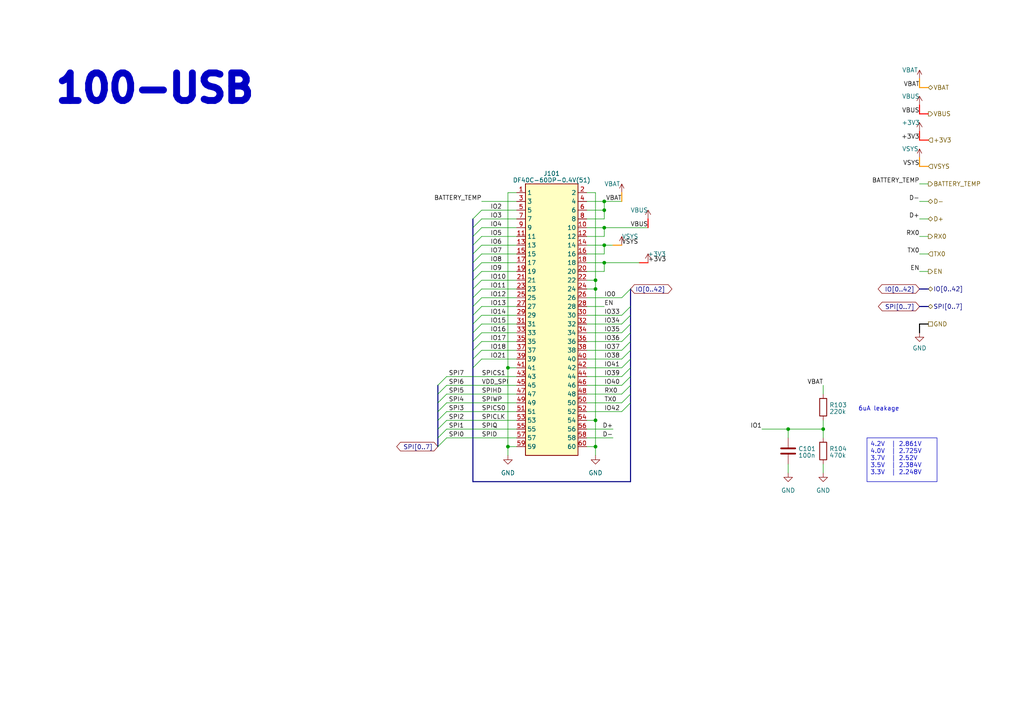
<source format=kicad_sch>
(kicad_sch (version 20230121) (generator eeschema)
  (paper "A4")
  (title_block (title "PSoM - ESP S3") (date "2023-04-17") (rev "HW00") (company "PumaCorp") (comment 1 "Design by: NdG"))
  (lib_symbols
    (symbol "Component lib:C" (pin_numbers hide) (pin_names (offset 0.254))
      (property "Reference" "C" (at 0.635 -1.27 0))
      (property "Value" "C" (at 0.635 -6.35 0))
      (symbol "C_0_1"
        (polyline (pts (xy -2.032 -4.572) (xy 2.032 -4.572)) (stroke (width 0.508)))
        (polyline (pts (xy -2.032 -3.048) (xy 2.032 -3.048)) (stroke (width 0.508)))
      )
      (symbol "C_1_1"
        (pin passive line (at 0 0 270) (length 2.794) (name "~") (number "1"))
        (pin passive line (at 0 -7.62 90) (length 2.794) (name "~") (number "2"))
      )
    )
    (symbol "Component_lib:DF40C-60DP-0.4V(51)"
      (property "Reference" "J" (at 5.08 7.62 0))
      (property "Value" "DF40C-60DP-0.4V(51)" (at 12.7 5.08 0))
      (symbol "DF40C-60DP-0.4V(51)_1_1"
        (rectangle (start 2.54 2.54) (end 17.78 -76.2) (stroke (width 0.254)) (fill (type background)))
        (pin passive line (at 0 0 0) (length 2.54) (name "1") (number "1"))
        (pin passive line (at 20.32 -10.16 180) (length 2.54) (name "10") (number "10"))
        (pin passive line (at 0 -12.7 0) (length 2.54) (name "11") (number "11"))
        (pin passive line (at 20.32 -12.7 180) (length 2.54) (name "12") (number "12"))
        (pin passive line (at 0 -15.24 0) (length 2.54) (name "13") (number "13"))
        (pin passive line (at 20.32 -15.24 180) (length 2.54) (name "14") (number "14"))
        (pin passive line (at 0 -17.78 0) (length 2.54) (name "15") (number "15"))
        (pin passive line (at 20.32 -17.78 180) (length 2.54) (name "16") (number "16"))
        (pin passive line (at 0 -20.32 0) (length 2.54) (name "17") (number "17"))
        (pin passive line (at 20.32 -20.32 180) (length 2.54) (name "18") (number "18"))
        (pin passive line (at 0 -22.86 0) (length 2.54) (name "19") (number "19"))
        (pin passive line (at 20.32 0 180) (length 2.54) (name "2") (number "2"))
        (pin passive line (at 20.32 -22.86 180) (length 2.54) (name "20") (number "20"))
        (pin passive line (at 0 -25.4 0) (length 2.54) (name "21") (number "21"))
        (pin passive line (at 20.32 -25.4 180) (length 2.54) (name "22") (number "22"))
        (pin passive line (at 0 -27.94 0) (length 2.54) (name "23") (number "23"))
        (pin passive line (at 20.32 -27.94 180) (length 2.54) (name "24") (number "24"))
        (pin passive line (at 0 -30.48 0) (length 2.54) (name "25") (number "25"))
        (pin passive line (at 20.32 -30.48 180) (length 2.54) (name "26") (number "26"))
        (pin passive line (at 0 -33.02 0) (length 2.54) (name "27") (number "27"))
        (pin passive line (at 20.32 -33.02 180) (length 2.54) (name "28") (number "28"))
        (pin passive line (at 0 -35.56 0) (length 2.54) (name "29") (number "29"))
        (pin passive line (at 0 -2.54 0) (length 2.54) (name "3") (number "3"))
        (pin passive line (at 20.32 -35.56 180) (length 2.54) (name "30") (number "30"))
        (pin passive line (at 0 -38.1 0) (length 2.54) (name "31") (number "31"))
        (pin passive line (at 20.32 -38.1 180) (length 2.54) (name "32") (number "32"))
        (pin passive line (at 0 -40.64 0) (length 2.54) (name "33") (number "33"))
        (pin passive line (at 20.32 -40.64 180) (length 2.54) (name "34") (number "34"))
        (pin passive line (at 0 -43.18 0) (length 2.54) (name "35") (number "35"))
        (pin passive line (at 20.32 -43.18 180) (length 2.54) (name "36") (number "36"))
        (pin passive line (at 0 -45.72 0) (length 2.54) (name "37") (number "37"))
        (pin passive line (at 20.32 -45.72 180) (length 2.54) (name "38") (number "38"))
        (pin passive line (at 0 -48.26 0) (length 2.54) (name "39") (number "39"))
        (pin passive line (at 20.32 -2.54 180) (length 2.54) (name "4") (number "4"))
        (pin passive line (at 20.32 -48.26 180) (length 2.54) (name "40") (number "40"))
        (pin passive line (at 0 -50.8 0) (length 2.54) (name "41") (number "41"))
        (pin passive line (at 20.32 -50.8 180) (length 2.54) (name "42") (number "42"))
        (pin passive line (at 0 -53.34 0) (length 2.54) (name "43") (number "43"))
        (pin passive line (at 20.32 -53.34 180) (length 2.54) (name "44") (number "44"))
        (pin passive line (at 0 -55.88 0) (length 2.54) (name "45") (number "45"))
        (pin passive line (at 20.32 -55.88 180) (length 2.54) (name "46") (number "46"))
        (pin passive line (at 0 -58.42 0) (length 2.54) (name "47") (number "47"))
        (pin passive line (at 20.32 -58.42 180) (length 2.54) (name "48") (number "48"))
        (pin passive line (at 0 -60.96 0) (length 2.54) (name "49") (number "49"))
        (pin passive line (at 0 -5.08 0) (length 2.54) (name "5") (number "5"))
        (pin passive line (at 20.32 -60.96 180) (length 2.54) (name "50") (number "50"))
        (pin passive line (at 0 -63.5 0) (length 2.54) (name "51") (number "51"))
        (pin passive line (at 20.32 -63.5 180) (length 2.54) (name "52") (number "52"))
        (pin passive line (at 0 -66.04 0) (length 2.54) (name "53") (number "53"))
        (pin passive line (at 20.32 -66.04 180) (length 2.54) (name "54") (number "54"))
        (pin passive line (at 0 -68.58 0) (length 2.54) (name "55") (number "55"))
        (pin passive line (at 20.32 -68.58 180) (length 2.54) (name "56") (number "56"))
        (pin passive line (at 0 -71.12 0) (length 2.54) (name "57") (number "57"))
        (pin passive line (at 20.32 -71.12 180) (length 2.54) (name "58") (number "58"))
        (pin passive line (at 0 -73.66 0) (length 2.54) (name "59") (number "59"))
        (pin passive line (at 20.32 -5.08 180) (length 2.54) (name "6") (number "6"))
        (pin passive line (at 20.32 -73.66 180) (length 2.54) (name "60") (number "60"))
        (pin passive line (at 0 -7.62 0) (length 2.54) (name "7") (number "7"))
        (pin passive line (at 20.32 -7.62 180) (length 2.54) (name "8") (number "8"))
        (pin passive line (at 0 -10.16 0) (length 2.54) (name "9") (number "9"))
      )
    )
    (symbol "Component_lib:R" (pin_numbers hide) (pin_names (offset 0))
      (property "Reference" "R" (at 2.032 -3.81 90))
      (property "Value" "R" (at 0 -3.81 90))
      (symbol "R_0_1"
        (rectangle (start -1.016 -6.35) (end 1.016 -1.27) (stroke (width 0.254)))
      )
      (symbol "R_1_1"
        (pin passive line (at 0 0 270) (length 1.27) (name "~") (number "1"))
        (pin passive line (at 0 -7.62 90) (length 1.27) (name "~") (number "2"))
      )
    )
    (symbol "Component_lib:VBAT" (power) (pin_numbers hide) (in_bom no) (on_board no)
      (property "Value" "VBAT" (at 0 3.81 0))
      (symbol "VBAT_0_0"
        (pin passive line (at 0 0 90) (length 2.54) hide (name "") (number ""))
      )
      (symbol "VBAT_0_1"
        (polyline (pts (xy 0 0) (xy 0 2.54) (xy 0.635 1.27) (xy 0 2.54) (xy -0.635 1.27)) (stroke (width 0.1524)))
      )
    )
    (symbol "Component_lib:VSYS" (power) (pin_numbers hide) (in_bom no) (on_board no)
      (property "Value" "VSYS" (at 0 3.81 0))
      (symbol "VSYS_0_0"
        (pin passive line (at 0 0 90) (length 2.54) hide (name "") (number ""))
      )
      (symbol "VSYS_0_1"
        (polyline (pts (xy 0 0) (xy 0 2.54) (xy 0.635 1.27) (xy 0 2.54) (xy -0.635 1.27)) (stroke (width 0.1524)))
      )
    )
    (symbol "GND_2" (power) (pin_names (offset 0))
      (property "Value" "GND_2" (at 0 -3.81 0))
      (symbol "GND_2_0_1"
        (polyline (pts (xy 0 0) (xy 0 -1.27) (xy 1.27 -1.27) (xy 0 -2.54) (xy -1.27 -1.27) (xy 0 -1.27)))
      )
      (symbol "GND_2_1_1"
        (pin power_in line (at 0 0 270) (length 0) hide (name "GND") (number "1"))
      )
    )
    (symbol "power:+3V3" (power) (pin_names (offset 0))
      (property "Value" "+3V3" (at 0 3.556 0))
      (symbol "+3V3_0_1"
        (polyline (pts (xy -0.762 1.27) (xy 0 2.54)))
        (polyline (pts (xy 0 0) (xy 0 2.54)))
        (polyline (pts (xy 0 2.54) (xy 0.762 1.27)))
      )
      (symbol "+3V3_1_1"
        (pin power_in line (at 0 0 90) (length 0) hide (name "+3V3") (number "1"))
      )
    )
    (symbol "power:GND" (power) (pin_names (offset 0))
      (property "Value" "GND" (at 0 -3.81 0))
      (symbol "GND_0_1"
        (polyline (pts (xy 0 0) (xy 0 -1.27) (xy 1.27 -1.27) (xy 0 -2.54) (xy -1.27 -1.27) (xy 0 -1.27)))
      )
      (symbol "GND_1_1"
        (pin power_in line (at 0 0 270) (length 0) hide (name "GND") (number "1"))
      )
    )
    (symbol "power:VBUS" (power) (pin_names (offset 0))
      (property "Value" "VBUS" (at 0 3.81 0))
      (symbol "VBUS_0_1"
        (polyline (pts (xy -0.762 1.27) (xy 0 2.54)))
        (polyline (pts (xy 0 0) (xy 0 2.54)))
        (polyline (pts (xy 0 2.54) (xy 0.762 1.27)))
      )
      (symbol "VBUS_1_1"
        (pin power_in line (at 0 0 90) (length 0) hide (name "VBUS") (number "1"))
      )
    )
  )
  (junction (at 228.6 124.46))
  (junction (at 172.72 83.82))
  (junction (at 175.26 58.42))
  (junction (at 147.32 129.54))
  (junction (at 175.26 76.2))
  (junction (at 147.32 106.68))
  (junction (at 175.26 60.96))
  (junction (at 172.72 121.92))
  (junction (at 175.26 66.04))
  (junction (at 175.26 71.12))
  (junction (at 238.76 124.46))
  (junction (at 172.72 129.54))
  (junction (at 172.72 81.28))
  (bus_entry (at 137.16 71.12) (size 2.54 -2.54))
  (bus_entry (at 139.7 93.98) (size -2.54 2.54))
  (bus_entry (at 137.16 76.2) (size 2.54 -2.54))
  (bus_entry (at 137.16 81.28) (size 2.54 -2.54))
  (bus_entry (at 180.34 114.3) (size 2.54 -2.54))
  (bus_entry (at 180.34 101.6) (size 2.54 -2.54))
  (bus_entry (at 180.34 96.52) (size 2.54 -2.54))
  (bus_entry (at 139.7 88.9) (size -2.54 2.54))
  (bus_entry (at 180.34 111.76) (size 2.54 -2.54))
  (bus_entry (at 180.34 119.38) (size 2.54 -2.54))
  (bus_entry (at 137.16 78.74) (size 2.54 -2.54))
  (bus_entry (at 129.54 116.84) (size -2.54 2.54))
  (bus_entry (at 139.7 99.06) (size -2.54 2.54))
  (bus_entry (at 137.16 73.66) (size 2.54 -2.54))
  (bus_entry (at 139.7 86.36) (size -2.54 2.54))
  (bus_entry (at 129.54 127) (size -2.54 2.54))
  (bus_entry (at 180.34 99.06) (size 2.54 -2.54))
  (bus_entry (at 137.16 66.04) (size 2.54 -2.54))
  (bus_entry (at 129.54 114.3) (size -2.54 2.54))
  (bus_entry (at 180.34 91.44) (size 2.54 -2.54))
  (bus_entry (at 180.34 104.14) (size 2.54 -2.54))
  (bus_entry (at 139.7 83.82) (size -2.54 2.54))
  (bus_entry (at 139.7 81.28) (size -2.54 2.54))
  (bus_entry (at 180.34 86.36) (size 2.54 -2.54))
  (bus_entry (at 180.34 106.68) (size 2.54 -2.54))
  (bus_entry (at 139.7 96.52) (size -2.54 2.54))
  (bus_entry (at 129.54 121.92) (size -2.54 2.54))
  (bus_entry (at 129.54 109.22) (size -2.54 2.54))
  (bus_entry (at 137.16 106.68) (size 2.54 -2.54))
  (bus_entry (at 180.34 93.98) (size 2.54 -2.54))
  (bus_entry (at 139.7 91.44) (size -2.54 2.54))
  (bus_entry (at 137.16 68.58) (size 2.54 -2.54))
  (bus_entry (at 180.34 109.22) (size 2.54 -2.54))
  (bus_entry (at 129.54 124.46) (size -2.54 2.54))
  (bus_entry (at 139.7 101.6) (size -2.54 2.54))
  (bus_entry (at 137.16 63.5) (size 2.54 -2.54))
  (bus_entry (at 129.54 119.38) (size -2.54 2.54))
  (bus_entry (at 180.34 116.84) (size 2.54 -2.54))
  (bus_entry (at 129.54 111.76) (size -2.54 2.54))
  (wire (pts (xy 129.54 119.38) (xy 149.86 119.38)))
  (bus (pts (xy 182.88 109.22) (xy 182.88 111.76)))
  (bus (pts (xy 127 127) (xy 127 124.46)))
  (bus (pts (xy 137.16 81.28) (xy 137.16 83.82)))
  (wire (pts (xy 266.7 22.86) (xy 266.7 25.4)) (stroke (width 0.3) (color 255 153 0 1)))
  (wire (pts (xy 129.54 109.22) (xy 149.86 109.22)))
  (wire (pts (xy 139.7 58.42) (xy 149.86 58.42)))
  (bus (pts (xy 137.16 104.14) (xy 137.16 106.68)))
  (wire (pts (xy 175.26 78.74) (xy 175.26 76.2)))
  (wire (pts (xy 238.76 111.76) (xy 238.76 114.3)))
  (wire (pts (xy 139.7 101.6) (xy 149.86 101.6)))
  (bus (pts (xy 182.88 106.68) (xy 182.88 109.22)))
  (wire (pts (xy 172.72 55.88) (xy 172.72 81.28)))
  (wire (pts (xy 170.18 81.28) (xy 172.72 81.28)))
  (wire (pts (xy 170.18 101.6) (xy 180.34 101.6)))
  (wire (pts (xy 147.32 106.68) (xy 147.32 129.54)))
  (wire (pts (xy 266.7 48.26) (xy 269.24 48.26)) (stroke (width 0.3) (color 255 148 0 1)))
  (wire (pts (xy 170.18 121.92) (xy 172.72 121.92)))
  (bus (pts (xy 137.16 63.5) (xy 137.16 66.04)))
  (wire (pts (xy 139.7 73.66) (xy 149.86 73.66)))
  (wire (pts (xy 170.18 76.2) (xy 175.26 76.2)))
  (wire (pts (xy 139.7 60.96) (xy 149.86 60.96)))
  (bus (pts (xy 182.88 93.98) (xy 182.88 96.52)))
  (wire (pts (xy 170.18 68.58) (xy 175.26 68.58)))
  (wire (pts (xy 147.32 106.68) (xy 149.86 106.68)))
  (bus (pts (xy 127 114.3) (xy 127 111.76)))
  (bus (pts (xy 127 119.38) (xy 127 116.84)))
  (bus (pts (xy 137.16 101.6) (xy 137.16 104.14)))
  (bus (pts (xy 137.16 139.7) (xy 182.88 139.7)))
  (wire (pts (xy 170.18 78.74) (xy 175.26 78.74)))
  (bus (pts (xy 137.16 71.12) (xy 137.16 73.66)))
  (wire (pts (xy 170.18 66.04) (xy 175.26 66.04)))
  (wire (pts (xy 170.18 114.3) (xy 180.34 114.3)))
  (wire (pts (xy 228.6 124.46) (xy 228.6 127)))
  (wire (pts (xy 170.18 91.44) (xy 180.34 91.44)))
  (bus (pts (xy 266.7 88.9) (xy 269.24 88.9)))
  (wire (pts (xy 175.26 60.96) (xy 175.26 58.42)))
  (wire (pts (xy 170.18 109.22) (xy 180.34 109.22)))
  (wire (pts (xy 175.26 68.58) (xy 175.26 66.04)))
  (wire (pts (xy 266.7 73.66) (xy 269.24 73.66)))
  (wire (pts (xy 139.7 63.5) (xy 149.86 63.5)))
  (wire (pts (xy 170.18 60.96) (xy 175.26 60.96)))
  (wire (pts (xy 228.6 124.46) (xy 238.76 124.46)))
  (wire (pts (xy 139.7 71.12) (xy 149.86 71.12)))
  (wire (pts (xy 266.7 68.58) (xy 269.24 68.58)))
  (wire (pts (xy 266.7 30.48) (xy 266.7 33.02)) (stroke (width 0.3) (color 255 0 0 1)))
  (wire (pts (xy 139.7 76.2) (xy 149.86 76.2)))
  (wire (pts (xy 266.7 33.02) (xy 269.24 33.02)) (stroke (width 0.3) (color 255 0 0 1)))
  (wire (pts (xy 139.7 93.98) (xy 149.86 93.98)))
  (wire (pts (xy 266.7 38.1) (xy 266.7 40.64)) (stroke (width 0.3) (color 255 17 1 1)))
  (wire (pts (xy 170.18 71.12) (xy 175.26 71.12)))
  (wire (pts (xy 172.72 83.82) (xy 172.72 121.92)))
  (wire (pts (xy 170.18 63.5) (xy 175.26 63.5)))
  (wire (pts (xy 175.26 66.04) (xy 187.96 66.04)))
  (wire (pts (xy 170.18 88.9) (xy 175.26 88.9)))
  (wire (pts (xy 220.98 124.46) (xy 228.6 124.46)))
  (wire (pts (xy 238.76 124.46) (xy 238.76 127)))
  (wire (pts (xy 175.26 76.2) (xy 185.42 76.2)))
  (wire (pts (xy 175.26 63.5) (xy 175.26 60.96)))
  (wire (pts (xy 266.7 96.52) (xy 266.7 93.98)) (stroke (width 0.3) (color 0 0 0 1)))
  (wire (pts (xy 185.42 76.2) (xy 187.96 76.2)) (stroke (width 0.3) (color 255 17 1 1)))
  (bus (pts (xy 137.16 76.2) (xy 137.16 78.74)))
  (wire (pts (xy 170.18 127) (xy 177.8 127)))
  (bus (pts (xy 182.88 88.9) (xy 182.88 91.44)))
  (wire (pts (xy 266.7 63.5) (xy 269.24 63.5)))
  (wire (pts (xy 139.7 99.06) (xy 149.86 99.06)))
  (wire (pts (xy 139.7 68.58) (xy 149.86 68.58)))
  (wire (pts (xy 266.7 53.34) (xy 269.24 53.34)))
  (wire (pts (xy 139.7 83.82) (xy 149.86 83.82)))
  (wire (pts (xy 172.72 81.28) (xy 172.72 83.82)))
  (bus (pts (xy 137.16 91.44) (xy 137.16 93.98)))
  (wire (pts (xy 266.7 25.4) (xy 269.24 25.4)) (stroke (width 0.3) (color 255 153 0 1)))
  (wire (pts (xy 170.18 83.82) (xy 172.72 83.82)))
  (bus (pts (xy 182.88 101.6) (xy 182.88 104.14)))
  (wire (pts (xy 170.18 99.06) (xy 180.34 99.06)))
  (bus (pts (xy 182.88 83.82) (xy 182.88 88.9)))
  (wire (pts (xy 266.7 78.74) (xy 269.24 78.74)))
  (wire (pts (xy 147.32 129.54) (xy 147.32 132.08)))
  (bus (pts (xy 127 116.84) (xy 127 114.3)))
  (wire (pts (xy 139.7 66.04) (xy 149.86 66.04)))
  (wire (pts (xy 170.18 116.84) (xy 180.34 116.84)))
  (bus (pts (xy 137.16 68.58) (xy 137.16 71.12)))
  (wire (pts (xy 238.76 134.62) (xy 238.76 137.16)))
  (wire (pts (xy 187.96 63.5) (xy 187.96 66.04)) (stroke (width 0.3) (color 255 0 0 1)))
  (wire (pts (xy 129.54 111.76) (xy 149.86 111.76)))
  (wire (pts (xy 129.54 114.3) (xy 149.86 114.3)))
  (bus (pts (xy 182.88 99.06) (xy 182.88 101.6)))
  (wire (pts (xy 149.86 55.88) (xy 147.32 55.88)))
  (wire (pts (xy 170.18 86.36) (xy 180.34 86.36)))
  (bus (pts (xy 266.7 83.82) (xy 269.24 83.82)))
  (wire (pts (xy 147.32 55.88) (xy 147.32 106.68)))
  (bus (pts (xy 137.16 83.82) (xy 137.16 86.36)))
  (wire (pts (xy 139.7 96.52) (xy 149.86 96.52)))
  (wire (pts (xy 238.76 124.46) (xy 238.76 121.92)))
  (wire (pts (xy 172.72 121.92) (xy 172.72 129.54)))
  (wire (pts (xy 266.7 45.72) (xy 266.7 48.26)) (stroke (width 0.3) (color 255 148 0 1)))
  (wire (pts (xy 170.18 104.14) (xy 180.34 104.14)))
  (wire (pts (xy 170.18 124.46) (xy 177.8 124.46)))
  (wire (pts (xy 266.7 93.98) (xy 269.24 93.98)) (stroke (width 0.3) (color 0 0 0 1)))
  (bus (pts (xy 182.88 91.44) (xy 182.88 93.98)))
  (wire (pts (xy 177.8 71.12) (xy 180.34 71.12)) (stroke (width 0.3) (color 255 148 0 1)))
  (wire (pts (xy 147.32 129.54) (xy 149.86 129.54)))
  (bus (pts (xy 137.16 66.04) (xy 137.16 68.58)))
  (wire (pts (xy 170.18 96.52) (xy 180.34 96.52)))
  (wire (pts (xy 175.26 71.12) (xy 177.8 71.12)))
  (wire (pts (xy 139.7 91.44) (xy 149.86 91.44)))
  (wire (pts (xy 139.7 78.74) (xy 149.86 78.74)))
  (bus (pts (xy 182.88 111.76) (xy 182.88 114.3)))
  (wire (pts (xy 139.7 86.36) (xy 149.86 86.36)))
  (wire (pts (xy 129.54 116.84) (xy 149.86 116.84)))
  (wire (pts (xy 170.18 129.54) (xy 172.72 129.54)))
  (wire (pts (xy 170.18 119.38) (xy 180.34 119.38)))
  (wire (pts (xy 170.18 106.68) (xy 180.34 106.68)))
  (wire (pts (xy 129.54 124.46) (xy 149.86 124.46)))
  (bus (pts (xy 137.16 106.68) (xy 137.16 139.7)))
  (wire (pts (xy 170.18 55.88) (xy 172.72 55.88)))
  (wire (pts (xy 170.18 111.76) (xy 180.34 111.76)))
  (wire (pts (xy 139.7 88.9) (xy 149.86 88.9)))
  (wire (pts (xy 170.18 73.66) (xy 175.26 73.66)))
  (bus (pts (xy 137.16 78.74) (xy 137.16 81.28)))
  (bus (pts (xy 182.88 116.84) (xy 182.88 139.7)))
  (bus (pts (xy 182.88 114.3) (xy 182.88 116.84)))
  (wire (pts (xy 175.26 73.66) (xy 175.26 71.12)))
  (wire (pts (xy 139.7 81.28) (xy 149.86 81.28)))
  (bus (pts (xy 137.16 86.36) (xy 137.16 88.9)))
  (bus (pts (xy 137.16 96.52) (xy 137.16 99.06)))
  (bus (pts (xy 137.16 88.9) (xy 137.16 91.44)))
  (bus (pts (xy 127 124.46) (xy 127 121.92)))
  (wire (pts (xy 139.7 104.14) (xy 149.86 104.14)))
  (bus (pts (xy 137.16 93.98) (xy 137.16 96.52)))
  (bus (pts (xy 127 129.54) (xy 127 127)))
  (wire (pts (xy 228.6 134.62) (xy 228.6 137.16)))
  (bus (pts (xy 127 121.92) (xy 127 119.38)))
  (wire (pts (xy 266.7 58.42) (xy 269.24 58.42)))
  (bus (pts (xy 137.16 99.06) (xy 137.16 101.6)))
  (bus (pts (xy 137.16 73.66) (xy 137.16 76.2)))
  (bus (pts (xy 182.88 96.52) (xy 182.88 99.06)))
  (wire (pts (xy 172.72 129.54) (xy 172.72 132.08)))
  (wire (pts (xy 180.34 55.88) (xy 180.34 58.42)) (stroke (width 0.3) (color 255 153 0 1)))
  (bus (pts (xy 182.88 104.14) (xy 182.88 106.68)))
  (wire (pts (xy 175.26 58.42) (xy 180.34 58.42)))
  (wire (pts (xy 170.18 93.98) (xy 180.34 93.98)))
  (wire (pts (xy 129.54 121.92) (xy 149.86 121.92)))
  (wire (pts (xy 170.18 58.42) (xy 175.26 58.42)))
  (wire (pts (xy 129.54 127) (xy 149.86 127)))
  (wire (pts (xy 266.7 40.64) (xy 269.24 40.64)) (stroke (width 0.3) (color 255 17 1 1)))
  (text_box "4.2V  | 2.861V\n4.0V  | 2.725V\n3.7V  | 2.52V\n3.5V  | 2.384V\n3.3V  | 2.248V" (at 251.46 127 0) (size 20.32 12.7) (effects (font (size 1.27 1.27)) (justify left top)))
  (text "100-USB" (at 15.24 30.48 0) (effects (font (size 8 8) (thickness 3) bold) (justify left bottom)))
  (text "6uA leakage" (at 248.92 119.38 0) (effects (font (size 1.27 1.27)) (justify left bottom)))
  (label "IO18" (at 142.24 101.6 0))
  (label "BATTERY_TEMP" (at 139.7 58.42 180))
  (label "VSYS" (at 180.34 71.12 0))
  (label "IO42" (at 175.26 119.38 0))
  (label "EN" (at 266.7 78.74 180))
  (label "TX0" (at 266.7 73.66 180))
  (label "IO11" (at 142.24 83.82 0))
  (label "VBAT" (at 266.7 25.4 180))
  (label "SPI7" (at 134.62 109.22 180))
  (label "IO10" (at 142.24 81.28 0))
  (label "IO4" (at 142.24 66.04 0))
  (label "IO38" (at 175.26 104.14 0))
  (label "VBUS" (at 266.7 33.02 180))
  (label "VBAT" (at 180.34 58.42 180))
  (label "SPIWP" (at 139.7 116.84 0))
  (label "D-" (at 177.8 127 180))
  (label "SPI4" (at 134.62 116.84 180))
  (label "IO9" (at 142.24 78.74 0))
  (label "IO13" (at 142.24 88.9 0))
  (label "D+" (at 177.8 124.46 180))
  (label "IO3" (at 142.24 63.5 0))
  (label "IO35" (at 175.26 96.52 0))
  (label "IO21" (at 142.24 104.14 0))
  (label "SPICLK" (at 139.7 121.92 0))
  (label "IO7" (at 142.24 73.66 0))
  (label "IO16" (at 142.24 96.52 0))
  (label "IO36" (at 175.26 99.06 0))
  (label "D+" (at 266.7 63.5 180))
  (label "VSYS" (at 266.7 48.26 180))
  (label "BATTERY_TEMP" (at 266.7 53.34 180))
  (label "IO37" (at 175.26 101.6 0))
  (label "IO14" (at 142.24 91.44 0))
  (label "SPICS1" (at 139.7 109.22 0))
  (label "IO8" (at 142.24 76.2 0))
  (label "SPI5" (at 134.62 114.3 180))
  (label "IO33" (at 175.26 91.44 0))
  (label "IO40" (at 175.26 111.76 0))
  (label "IO0" (at 175.26 86.36 0))
  (label "EN" (at 175.26 88.9 0))
  (label "SPIQ" (at 139.7 124.46 0))
  (label "IO34" (at 175.26 93.98 0))
  (label "IO12" (at 142.24 86.36 0))
  (label "SPI2" (at 134.62 121.92 180))
  (label "IO41" (at 175.26 106.68 0))
  (label "IO39" (at 175.26 109.22 0))
  (label "D-" (at 266.7 58.42 180))
  (label "+3V3" (at 266.7 40.64 180))
  (label "VDD_SPI" (at 139.7 111.76 0))
  (label "IO1" (at 220.98 124.46 180))
  (label "SPI3" (at 134.62 119.38 180))
  (label "IO5" (at 142.24 68.58 0))
  (label "SPID" (at 139.7 127 0))
  (label "SPI6" (at 134.62 111.76 180))
  (label "RX0" (at 266.7 68.58 180))
  (label "VBAT" (at 238.76 111.76 180))
  (label "VBUS" (at 187.96 66.04 180))
  (label "IO6" (at 142.24 71.12 0))
  (label "SPI1" (at 134.62 124.46 180))
  (label "SPI0" (at 134.62 127 180))
  (label "+3V3" (at 187.96 76.2 0))
  (label "SPIHD" (at 139.7 114.3 0))
  (label "IO17" (at 142.24 99.06 0))
  (label "IO2" (at 142.24 60.96 0))
  (label "RX0" (at 175.26 114.3 0))
  (label "TX0" (at 175.26 116.84 0))
  (label "SPICS0" (at 139.7 119.38 0))
  (label "IO15" (at 142.24 93.98 0))
  (global_label "IO[0..42]" (shape bidirectional) (at 182.88 83.82 0) (property "Intersheetrefs" "${INTERSHEET_REFS}" (effects hide)))
  (global_label "SPI[0..7]" (shape bidirectional) (at 127 129.54 180) (property "Intersheetrefs" "${INTERSHEET_REFS}" (effects hide)))
  (global_label "IO[0..42]" (shape bidirectional) (at 266.7 83.82 180) (property "Intersheetrefs" "${INTERSHEET_REFS}" (effects hide)))
  (global_label "SPI[0..7]" (shape bidirectional) (at 266.7 88.9 180) (property "Intersheetrefs" "${INTERSHEET_REFS}" (effects hide)))
  (hierarchical_label "VBAT" (shape bidirectional) (at 269.24 25.4 0))
  (hierarchical_label "EN" (shape output) (at 269.24 78.74 0))
  (hierarchical_label "+3V3" (shape input) (at 269.24 40.64 0))
  (hierarchical_label "VSYS" (shape input) (at 269.24 48.26 0))
  (hierarchical_label "D+" (shape bidirectional) (at 269.24 63.5 0))
  (hierarchical_label "RX0" (shape output) (at 269.24 68.58 0))
  (hierarchical_label "BATTERY_TEMP" (shape output) (at 269.24 53.34 0))
  (hierarchical_label "GND" (shape passive) (at 269.24 93.98 0))
  (hierarchical_label "SPI[0..7]" (shape bidirectional) (at 269.24 88.9 0))
  (hierarchical_label "IO[0..42]" (shape bidirectional) (at 269.24 83.82 0))
  (hierarchical_label "TX0" (shape input) (at 269.24 73.66 0))
  (hierarchical_label "VBUS" (shape output) (at 269.24 33.02 0))
  (hierarchical_label "D-" (shape bidirectional) (at 269.24 58.42 0))
  (symbol (lib_id "Component_lib:VBAT") (at 180.34 55.88 0) (unit 1) (in_bom no) (on_board no)
    (property "Reference" "#VBAT01" (effects hide))
    (property "Value" "VBAT" (at 175.26 53.34 0) (effects (justify left)))
    (instances (project "ESP_PicoD4_SoM_HW00" (path "" (reference "#VBAT01") (unit 1))) (project "PMK_Keyboard" (path "" (reference "#VBAT0102") (unit 1))))
  )
  (symbol (lib_id "Component_lib:VSYS") (at 266.7 45.72 0) (unit 1) (in_bom no) (on_board no)
    (property "Reference" "#VSYS0101" (effects hide))
    (property "Value" "VSYS" (at 261.62 43.18 0) (effects (justify left)))
  )
  (symbol (lib_id "power:VBUS") (at 187.96 63.5 0) (unit 1)
    (property "Reference" "#PWR04" (effects hide))
    (property "Value" "VBUS" (at 185.42 60.96 0))
    (instances (project "ESP_PicoD4_SoM_HW00" (path "" (reference "#PWR04") (unit 1))) (project "PMK_Keyboard" (path "" (reference "#PWR0101") (unit 1))))
  )
  (symbol (lib_name "GND_2") (lib_id "power:GND") (at 238.76 137.16 0) (unit 1)
    (property "Reference" "#PWR011" (effects hide))
    (property "Value" "GND" (at 238.76 142.24 0))
  )
  (symbol (lib_id "Component_lib:R") (at 238.76 114.3 0) (unit 1)
    (property "Reference" "R103" (at 240.538 117.4663 0) (effects (justify left)))
    (property "Value" "220k" (at 240.538 119.3873 0) (effects (justify left)))
    (property "Footprint" "Resistor_SMD:R_0201_0603Metric" (effects hide))
  )
  (symbol (lib_name "GND_2") (lib_id "power:GND") (at 172.72 132.08 0) (unit 1)
    (property "Reference" "#PWR02" (effects hide))
    (property "Value" "GND" (at 172.72 137.16 0))
  )
  (symbol (lib_name "GND_2") (lib_id "power:GND") (at 147.32 132.08 0) (unit 1)
    (property "Reference" "#PWR01" (effects hide))
    (property "Value" "GND" (at 147.32 137.16 0))
  )
  (symbol (lib_id "Component_lib:R") (at 238.76 127 0) (unit 1)
    (property "Reference" "R104" (at 240.538 130.1663 0) (effects (justify left)))
    (property "Value" "470k" (at 240.538 132.0873 0) (effects (justify left)))
    (property "Footprint" "Resistor_SMD:R_0201_0603Metric" (effects hide))
  )
  (symbol (lib_id "Component_lib:VSYS") (at 180.34 71.12 0) (unit 1) (in_bom no) (on_board no)
    (property "Reference" "#VSYS01" (effects hide))
    (property "Value" "VSYS" (at 180.34 68.58 0) (effects (justify left)))
  )
  (symbol (lib_id "power:+3V3") (at 266.7 38.1 0) (unit 1)
    (property "Reference" "#PWR05" (effects hide))
    (property "Value" "+3V3" (at 264.16 35.56 0))
  )
  (symbol (lib_id "Component_lib:VBAT") (at 266.7 22.86 0) (unit 1) (in_bom no) (on_board no)
    (property "Reference" "#VBAT0102" (effects hide))
    (property "Value" "VBAT" (at 261.62 20.32 0) (effects (justify left)))
  )
  (symbol (lib_id "Component_lib:DF40C-60DP-0.4V(51)") (at 149.86 55.88 0) (unit 1)
    (property "Reference" "J101" (at 160.02 50.3301 0))
    (property "Value" "DF40C-60DP-0.4V(51)" (at 160.02 52.2511 0))
    (property "Footprint" "Component_lib:DF40C-60DP-0.4V(51)" (effects hide))
    (property "Datasheet" "https://www.mouser.ch/ProductDetail/Hirose-Connector/DF40C-60DP-04V51?qs=eDUdFcBPps0%252B%252BrqDQtiLyw%3D%3D" (effects hide))
  )
  (symbol (lib_id "power:VBUS") (at 266.7 30.48 0) (unit 1)
    (property "Reference" "#PWR0101" (effects hide))
    (property "Value" "VBUS" (at 264.16 27.94 0))
  )
  (symbol (lib_id "power:GND") (at 266.7 96.52 0) (unit 1)
    (property "Reference" "#PWR0118" (effects hide))
    (property "Value" "GND" (at 266.7 100.9634 0))
  )
  (symbol (lib_name "GND_2") (lib_id "power:GND") (at 228.6 137.16 0) (unit 1)
    (property "Reference" "#PWR012" (effects hide))
    (property "Value" "GND" (at 228.6 142.24 0))
  )
  (symbol (lib_id "power:+3V3") (at 187.96 76.2 0) (unit 1)
    (property "Reference" "#PWR03" (effects hide))
    (property "Value" "+3V3" (at 190.5 73.66 0))
  )
  (symbol (lib_id "Component lib:C") (at 228.6 127 0) (unit 1)
    (property "Reference" "C101" (at 231.521 130.1663 0) (effects (justify left)))
    (property "Value" "100n" (at 231.521 132.0873 0) (effects (justify left)))
    (property "Footprint" "Capacitor_SMD:C_0201_0603Metric" (effects hide))
    (instances (project "ESP_PicoD4_SoM_HW00" (path "" (reference "C101") (unit 1))) (project "PMK_Keyboard" (path "" (reference "C415") (unit 1))))
  )
)
</source>
